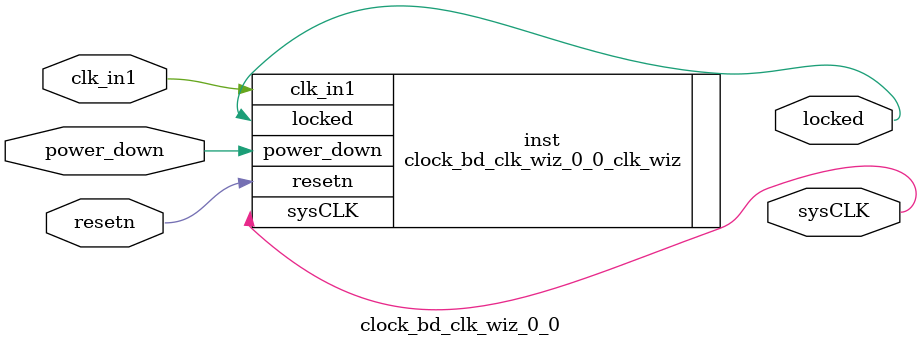
<source format=v>


`timescale 1ps/1ps

(* CORE_GENERATION_INFO = "clock_bd_clk_wiz_0_0,clk_wiz_v5_4_0_0,{component_name=clock_bd_clk_wiz_0_0,use_phase_alignment=true,use_min_o_jitter=false,use_max_i_jitter=false,use_dyn_phase_shift=false,use_inclk_switchover=false,use_dyn_reconfig=false,enable_axi=0,feedback_source=FDBK_AUTO,PRIMITIVE=MMCM,num_out_clk=1,clkin1_period=10.000,clkin2_period=10.000,use_power_down=true,use_reset=true,use_locked=true,use_inclk_stopped=false,feedback_type=SINGLE,CLOCK_MGR_TYPE=NA,manual_override=false}" *)

module clock_bd_clk_wiz_0_0 
 (
  // Clock out ports
  output        sysCLK,
  // Status and control signals
  input         resetn,
  input         power_down,
  output        locked,
 // Clock in ports
  input         clk_in1
 );

  clock_bd_clk_wiz_0_0_clk_wiz inst
  (
  // Clock out ports  
  .sysCLK(sysCLK),
  // Status and control signals               
  .resetn(resetn), 
  .power_down(power_down),
  .locked(locked),
 // Clock in ports
  .clk_in1(clk_in1)
  );

endmodule

</source>
